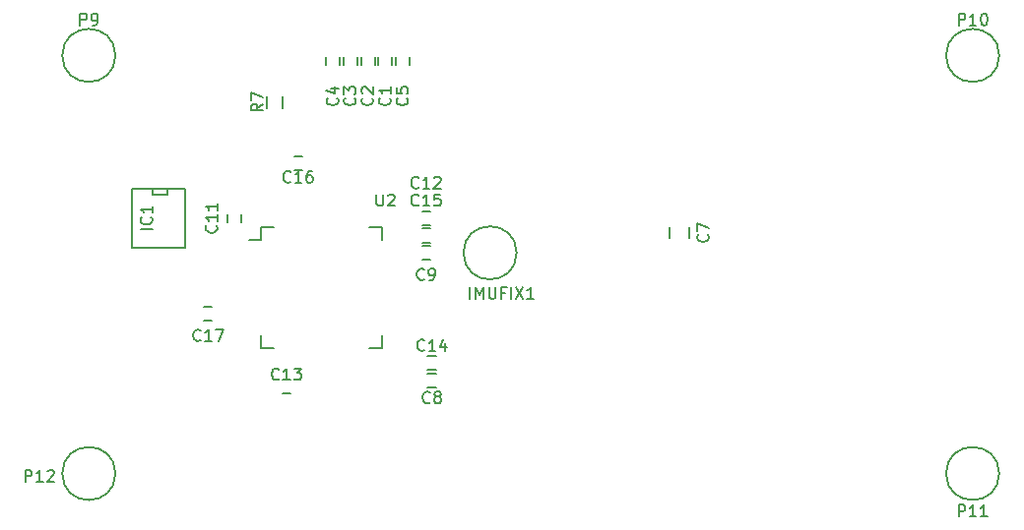
<source format=gbr>
G04 #@! TF.FileFunction,Legend,Top*
%FSLAX46Y46*%
G04 Gerber Fmt 4.6, Leading zero omitted, Abs format (unit mm)*
G04 Created by KiCad (PCBNEW 4.0.0-rc1-stable) date 19/11/2015 21:53:00*
%MOMM*%
G01*
G04 APERTURE LIST*
%ADD10C,0.100000*%
%ADD11C,0.150000*%
G04 APERTURE END LIST*
D10*
D11*
X151900000Y-57850000D02*
X151900000Y-57150000D01*
X153100000Y-57150000D02*
X153100000Y-57850000D01*
X178600000Y-72750000D02*
X178600000Y-71750000D01*
X176900000Y-71750000D02*
X176900000Y-72750000D01*
X156850000Y-85600000D02*
X156150000Y-85600000D01*
X156150000Y-84400000D02*
X156850000Y-84400000D01*
X156350000Y-74600000D02*
X155650000Y-74600000D01*
X155650000Y-73400000D02*
X156350000Y-73400000D01*
X138900000Y-71350000D02*
X138900000Y-70650000D01*
X140100000Y-70650000D02*
X140100000Y-71350000D01*
X155650000Y-70400000D02*
X156350000Y-70400000D01*
X156350000Y-71600000D02*
X155650000Y-71600000D01*
X144350000Y-86100000D02*
X143650000Y-86100000D01*
X143650000Y-84900000D02*
X144350000Y-84900000D01*
X156150000Y-82900000D02*
X156850000Y-82900000D01*
X156850000Y-84100000D02*
X156150000Y-84100000D01*
X155650000Y-71900000D02*
X156350000Y-71900000D01*
X156350000Y-73100000D02*
X155650000Y-73100000D01*
X144650000Y-65650000D02*
X145350000Y-65650000D01*
X145350000Y-66850000D02*
X144650000Y-66850000D01*
X137600000Y-79850000D02*
X136900000Y-79850000D01*
X136900000Y-78650000D02*
X137600000Y-78650000D01*
X135286000Y-68460000D02*
X135286000Y-73540000D01*
X135286000Y-73540000D02*
X130714000Y-73540000D01*
X130714000Y-73540000D02*
X130714000Y-68460000D01*
X130714000Y-68460000D02*
X135286000Y-68460000D01*
X133762000Y-68460000D02*
X133762000Y-68968000D01*
X133762000Y-68968000D02*
X132492000Y-68968000D01*
X132492000Y-68968000D02*
X132492000Y-68460000D01*
X163786000Y-74000000D02*
G75*
G03X163786000Y-74000000I-2286000J0D01*
G01*
X129286000Y-57000000D02*
G75*
G03X129286000Y-57000000I-2286000J0D01*
G01*
X205286000Y-57000000D02*
G75*
G03X205286000Y-57000000I-2286000J0D01*
G01*
X205286000Y-93000000D02*
G75*
G03X205286000Y-93000000I-2286000J0D01*
G01*
X129286000Y-93000000D02*
G75*
G03X129286000Y-93000000I-2286000J0D01*
G01*
X142325000Y-61500000D02*
X142325000Y-60500000D01*
X143675000Y-60500000D02*
X143675000Y-61500000D01*
X141825000Y-71825000D02*
X141825000Y-72900000D01*
X152175000Y-71825000D02*
X152175000Y-72900000D01*
X152175000Y-82175000D02*
X152175000Y-81100000D01*
X141825000Y-82175000D02*
X141825000Y-81100000D01*
X141825000Y-71825000D02*
X142900000Y-71825000D01*
X141825000Y-82175000D02*
X142900000Y-82175000D01*
X152175000Y-82175000D02*
X151100000Y-82175000D01*
X152175000Y-71825000D02*
X151100000Y-71825000D01*
X141825000Y-72900000D02*
X140800000Y-72900000D01*
X150400000Y-57850000D02*
X150400000Y-57150000D01*
X151600000Y-57150000D02*
X151600000Y-57850000D01*
X148900000Y-57850000D02*
X148900000Y-57150000D01*
X150100000Y-57150000D02*
X150100000Y-57850000D01*
X147400000Y-57850000D02*
X147400000Y-57150000D01*
X148600000Y-57150000D02*
X148600000Y-57850000D01*
X153400000Y-57850000D02*
X153400000Y-57150000D01*
X154600000Y-57150000D02*
X154600000Y-57850000D01*
X152857143Y-60666666D02*
X152904762Y-60714285D01*
X152952381Y-60857142D01*
X152952381Y-60952380D01*
X152904762Y-61095238D01*
X152809524Y-61190476D01*
X152714286Y-61238095D01*
X152523810Y-61285714D01*
X152380952Y-61285714D01*
X152190476Y-61238095D01*
X152095238Y-61190476D01*
X152000000Y-61095238D01*
X151952381Y-60952380D01*
X151952381Y-60857142D01*
X152000000Y-60714285D01*
X152047619Y-60666666D01*
X152952381Y-59714285D02*
X152952381Y-60285714D01*
X152952381Y-60000000D02*
X151952381Y-60000000D01*
X152095238Y-60095238D01*
X152190476Y-60190476D01*
X152238095Y-60285714D01*
X180207143Y-72416666D02*
X180254762Y-72464285D01*
X180302381Y-72607142D01*
X180302381Y-72702380D01*
X180254762Y-72845238D01*
X180159524Y-72940476D01*
X180064286Y-72988095D01*
X179873810Y-73035714D01*
X179730952Y-73035714D01*
X179540476Y-72988095D01*
X179445238Y-72940476D01*
X179350000Y-72845238D01*
X179302381Y-72702380D01*
X179302381Y-72607142D01*
X179350000Y-72464285D01*
X179397619Y-72416666D01*
X179302381Y-72083333D02*
X179302381Y-71416666D01*
X180302381Y-71845238D01*
X156333334Y-86857143D02*
X156285715Y-86904762D01*
X156142858Y-86952381D01*
X156047620Y-86952381D01*
X155904762Y-86904762D01*
X155809524Y-86809524D01*
X155761905Y-86714286D01*
X155714286Y-86523810D01*
X155714286Y-86380952D01*
X155761905Y-86190476D01*
X155809524Y-86095238D01*
X155904762Y-86000000D01*
X156047620Y-85952381D01*
X156142858Y-85952381D01*
X156285715Y-86000000D01*
X156333334Y-86047619D01*
X156904762Y-86380952D02*
X156809524Y-86333333D01*
X156761905Y-86285714D01*
X156714286Y-86190476D01*
X156714286Y-86142857D01*
X156761905Y-86047619D01*
X156809524Y-86000000D01*
X156904762Y-85952381D01*
X157095239Y-85952381D01*
X157190477Y-86000000D01*
X157238096Y-86047619D01*
X157285715Y-86142857D01*
X157285715Y-86190476D01*
X157238096Y-86285714D01*
X157190477Y-86333333D01*
X157095239Y-86380952D01*
X156904762Y-86380952D01*
X156809524Y-86428571D01*
X156761905Y-86476190D01*
X156714286Y-86571429D01*
X156714286Y-86761905D01*
X156761905Y-86857143D01*
X156809524Y-86904762D01*
X156904762Y-86952381D01*
X157095239Y-86952381D01*
X157190477Y-86904762D01*
X157238096Y-86857143D01*
X157285715Y-86761905D01*
X157285715Y-86571429D01*
X157238096Y-86476190D01*
X157190477Y-86428571D01*
X157095239Y-86380952D01*
X155833334Y-76257143D02*
X155785715Y-76304762D01*
X155642858Y-76352381D01*
X155547620Y-76352381D01*
X155404762Y-76304762D01*
X155309524Y-76209524D01*
X155261905Y-76114286D01*
X155214286Y-75923810D01*
X155214286Y-75780952D01*
X155261905Y-75590476D01*
X155309524Y-75495238D01*
X155404762Y-75400000D01*
X155547620Y-75352381D01*
X155642858Y-75352381D01*
X155785715Y-75400000D01*
X155833334Y-75447619D01*
X156309524Y-76352381D02*
X156500000Y-76352381D01*
X156595239Y-76304762D01*
X156642858Y-76257143D01*
X156738096Y-76114286D01*
X156785715Y-75923810D01*
X156785715Y-75542857D01*
X156738096Y-75447619D01*
X156690477Y-75400000D01*
X156595239Y-75352381D01*
X156404762Y-75352381D01*
X156309524Y-75400000D01*
X156261905Y-75447619D01*
X156214286Y-75542857D01*
X156214286Y-75780952D01*
X156261905Y-75876190D01*
X156309524Y-75923810D01*
X156404762Y-75971429D01*
X156595239Y-75971429D01*
X156690477Y-75923810D01*
X156738096Y-75876190D01*
X156785715Y-75780952D01*
X137957143Y-71642857D02*
X138004762Y-71690476D01*
X138052381Y-71833333D01*
X138052381Y-71928571D01*
X138004762Y-72071429D01*
X137909524Y-72166667D01*
X137814286Y-72214286D01*
X137623810Y-72261905D01*
X137480952Y-72261905D01*
X137290476Y-72214286D01*
X137195238Y-72166667D01*
X137100000Y-72071429D01*
X137052381Y-71928571D01*
X137052381Y-71833333D01*
X137100000Y-71690476D01*
X137147619Y-71642857D01*
X138052381Y-70690476D02*
X138052381Y-71261905D01*
X138052381Y-70976191D02*
X137052381Y-70976191D01*
X137195238Y-71071429D01*
X137290476Y-71166667D01*
X137338095Y-71261905D01*
X138052381Y-69738095D02*
X138052381Y-70309524D01*
X138052381Y-70023810D02*
X137052381Y-70023810D01*
X137195238Y-70119048D01*
X137290476Y-70214286D01*
X137338095Y-70309524D01*
X155357143Y-68357143D02*
X155309524Y-68404762D01*
X155166667Y-68452381D01*
X155071429Y-68452381D01*
X154928571Y-68404762D01*
X154833333Y-68309524D01*
X154785714Y-68214286D01*
X154738095Y-68023810D01*
X154738095Y-67880952D01*
X154785714Y-67690476D01*
X154833333Y-67595238D01*
X154928571Y-67500000D01*
X155071429Y-67452381D01*
X155166667Y-67452381D01*
X155309524Y-67500000D01*
X155357143Y-67547619D01*
X156309524Y-68452381D02*
X155738095Y-68452381D01*
X156023809Y-68452381D02*
X156023809Y-67452381D01*
X155928571Y-67595238D01*
X155833333Y-67690476D01*
X155738095Y-67738095D01*
X156690476Y-67547619D02*
X156738095Y-67500000D01*
X156833333Y-67452381D01*
X157071429Y-67452381D01*
X157166667Y-67500000D01*
X157214286Y-67547619D01*
X157261905Y-67642857D01*
X157261905Y-67738095D01*
X157214286Y-67880952D01*
X156642857Y-68452381D01*
X157261905Y-68452381D01*
X143357143Y-84857143D02*
X143309524Y-84904762D01*
X143166667Y-84952381D01*
X143071429Y-84952381D01*
X142928571Y-84904762D01*
X142833333Y-84809524D01*
X142785714Y-84714286D01*
X142738095Y-84523810D01*
X142738095Y-84380952D01*
X142785714Y-84190476D01*
X142833333Y-84095238D01*
X142928571Y-84000000D01*
X143071429Y-83952381D01*
X143166667Y-83952381D01*
X143309524Y-84000000D01*
X143357143Y-84047619D01*
X144309524Y-84952381D02*
X143738095Y-84952381D01*
X144023809Y-84952381D02*
X144023809Y-83952381D01*
X143928571Y-84095238D01*
X143833333Y-84190476D01*
X143738095Y-84238095D01*
X144642857Y-83952381D02*
X145261905Y-83952381D01*
X144928571Y-84333333D01*
X145071429Y-84333333D01*
X145166667Y-84380952D01*
X145214286Y-84428571D01*
X145261905Y-84523810D01*
X145261905Y-84761905D01*
X145214286Y-84857143D01*
X145166667Y-84904762D01*
X145071429Y-84952381D01*
X144785714Y-84952381D01*
X144690476Y-84904762D01*
X144642857Y-84857143D01*
X155857143Y-82357143D02*
X155809524Y-82404762D01*
X155666667Y-82452381D01*
X155571429Y-82452381D01*
X155428571Y-82404762D01*
X155333333Y-82309524D01*
X155285714Y-82214286D01*
X155238095Y-82023810D01*
X155238095Y-81880952D01*
X155285714Y-81690476D01*
X155333333Y-81595238D01*
X155428571Y-81500000D01*
X155571429Y-81452381D01*
X155666667Y-81452381D01*
X155809524Y-81500000D01*
X155857143Y-81547619D01*
X156809524Y-82452381D02*
X156238095Y-82452381D01*
X156523809Y-82452381D02*
X156523809Y-81452381D01*
X156428571Y-81595238D01*
X156333333Y-81690476D01*
X156238095Y-81738095D01*
X157666667Y-81785714D02*
X157666667Y-82452381D01*
X157428571Y-81404762D02*
X157190476Y-82119048D01*
X157809524Y-82119048D01*
X155357143Y-69857143D02*
X155309524Y-69904762D01*
X155166667Y-69952381D01*
X155071429Y-69952381D01*
X154928571Y-69904762D01*
X154833333Y-69809524D01*
X154785714Y-69714286D01*
X154738095Y-69523810D01*
X154738095Y-69380952D01*
X154785714Y-69190476D01*
X154833333Y-69095238D01*
X154928571Y-69000000D01*
X155071429Y-68952381D01*
X155166667Y-68952381D01*
X155309524Y-69000000D01*
X155357143Y-69047619D01*
X156309524Y-69952381D02*
X155738095Y-69952381D01*
X156023809Y-69952381D02*
X156023809Y-68952381D01*
X155928571Y-69095238D01*
X155833333Y-69190476D01*
X155738095Y-69238095D01*
X157214286Y-68952381D02*
X156738095Y-68952381D01*
X156690476Y-69428571D01*
X156738095Y-69380952D01*
X156833333Y-69333333D01*
X157071429Y-69333333D01*
X157166667Y-69380952D01*
X157214286Y-69428571D01*
X157261905Y-69523810D01*
X157261905Y-69761905D01*
X157214286Y-69857143D01*
X157166667Y-69904762D01*
X157071429Y-69952381D01*
X156833333Y-69952381D01*
X156738095Y-69904762D01*
X156690476Y-69857143D01*
X144357143Y-67857143D02*
X144309524Y-67904762D01*
X144166667Y-67952381D01*
X144071429Y-67952381D01*
X143928571Y-67904762D01*
X143833333Y-67809524D01*
X143785714Y-67714286D01*
X143738095Y-67523810D01*
X143738095Y-67380952D01*
X143785714Y-67190476D01*
X143833333Y-67095238D01*
X143928571Y-67000000D01*
X144071429Y-66952381D01*
X144166667Y-66952381D01*
X144309524Y-67000000D01*
X144357143Y-67047619D01*
X145309524Y-67952381D02*
X144738095Y-67952381D01*
X145023809Y-67952381D02*
X145023809Y-66952381D01*
X144928571Y-67095238D01*
X144833333Y-67190476D01*
X144738095Y-67238095D01*
X146166667Y-66952381D02*
X145976190Y-66952381D01*
X145880952Y-67000000D01*
X145833333Y-67047619D01*
X145738095Y-67190476D01*
X145690476Y-67380952D01*
X145690476Y-67761905D01*
X145738095Y-67857143D01*
X145785714Y-67904762D01*
X145880952Y-67952381D01*
X146071429Y-67952381D01*
X146166667Y-67904762D01*
X146214286Y-67857143D01*
X146261905Y-67761905D01*
X146261905Y-67523810D01*
X146214286Y-67428571D01*
X146166667Y-67380952D01*
X146071429Y-67333333D01*
X145880952Y-67333333D01*
X145785714Y-67380952D01*
X145738095Y-67428571D01*
X145690476Y-67523810D01*
X136607143Y-81507143D02*
X136559524Y-81554762D01*
X136416667Y-81602381D01*
X136321429Y-81602381D01*
X136178571Y-81554762D01*
X136083333Y-81459524D01*
X136035714Y-81364286D01*
X135988095Y-81173810D01*
X135988095Y-81030952D01*
X136035714Y-80840476D01*
X136083333Y-80745238D01*
X136178571Y-80650000D01*
X136321429Y-80602381D01*
X136416667Y-80602381D01*
X136559524Y-80650000D01*
X136607143Y-80697619D01*
X137559524Y-81602381D02*
X136988095Y-81602381D01*
X137273809Y-81602381D02*
X137273809Y-80602381D01*
X137178571Y-80745238D01*
X137083333Y-80840476D01*
X136988095Y-80888095D01*
X137892857Y-80602381D02*
X138559524Y-80602381D01*
X138130952Y-81602381D01*
X132452381Y-71976190D02*
X131452381Y-71976190D01*
X132357143Y-70928571D02*
X132404762Y-70976190D01*
X132452381Y-71119047D01*
X132452381Y-71214285D01*
X132404762Y-71357143D01*
X132309524Y-71452381D01*
X132214286Y-71500000D01*
X132023810Y-71547619D01*
X131880952Y-71547619D01*
X131690476Y-71500000D01*
X131595238Y-71452381D01*
X131500000Y-71357143D01*
X131452381Y-71214285D01*
X131452381Y-71119047D01*
X131500000Y-70976190D01*
X131547619Y-70928571D01*
X132452381Y-69976190D02*
X132452381Y-70547619D01*
X132452381Y-70261905D02*
X131452381Y-70261905D01*
X131595238Y-70357143D01*
X131690476Y-70452381D01*
X131738095Y-70547619D01*
X159785715Y-77952381D02*
X159785715Y-76952381D01*
X160261905Y-77952381D02*
X160261905Y-76952381D01*
X160595239Y-77666667D01*
X160928572Y-76952381D01*
X160928572Y-77952381D01*
X161404762Y-76952381D02*
X161404762Y-77761905D01*
X161452381Y-77857143D01*
X161500000Y-77904762D01*
X161595238Y-77952381D01*
X161785715Y-77952381D01*
X161880953Y-77904762D01*
X161928572Y-77857143D01*
X161976191Y-77761905D01*
X161976191Y-76952381D01*
X162785715Y-77428571D02*
X162452381Y-77428571D01*
X162452381Y-77952381D02*
X162452381Y-76952381D01*
X162928572Y-76952381D01*
X163309524Y-77952381D02*
X163309524Y-76952381D01*
X163690476Y-76952381D02*
X164357143Y-77952381D01*
X164357143Y-76952381D02*
X163690476Y-77952381D01*
X165261905Y-77952381D02*
X164690476Y-77952381D01*
X164976190Y-77952381D02*
X164976190Y-76952381D01*
X164880952Y-77095238D01*
X164785714Y-77190476D01*
X164690476Y-77238095D01*
X126261905Y-54404381D02*
X126261905Y-53404381D01*
X126642858Y-53404381D01*
X126738096Y-53452000D01*
X126785715Y-53499619D01*
X126833334Y-53594857D01*
X126833334Y-53737714D01*
X126785715Y-53832952D01*
X126738096Y-53880571D01*
X126642858Y-53928190D01*
X126261905Y-53928190D01*
X127309524Y-54404381D02*
X127500000Y-54404381D01*
X127595239Y-54356762D01*
X127642858Y-54309143D01*
X127738096Y-54166286D01*
X127785715Y-53975810D01*
X127785715Y-53594857D01*
X127738096Y-53499619D01*
X127690477Y-53452000D01*
X127595239Y-53404381D01*
X127404762Y-53404381D01*
X127309524Y-53452000D01*
X127261905Y-53499619D01*
X127214286Y-53594857D01*
X127214286Y-53832952D01*
X127261905Y-53928190D01*
X127309524Y-53975810D01*
X127404762Y-54023429D01*
X127595239Y-54023429D01*
X127690477Y-53975810D01*
X127738096Y-53928190D01*
X127785715Y-53832952D01*
X201785714Y-54404381D02*
X201785714Y-53404381D01*
X202166667Y-53404381D01*
X202261905Y-53452000D01*
X202309524Y-53499619D01*
X202357143Y-53594857D01*
X202357143Y-53737714D01*
X202309524Y-53832952D01*
X202261905Y-53880571D01*
X202166667Y-53928190D01*
X201785714Y-53928190D01*
X203309524Y-54404381D02*
X202738095Y-54404381D01*
X203023809Y-54404381D02*
X203023809Y-53404381D01*
X202928571Y-53547238D01*
X202833333Y-53642476D01*
X202738095Y-53690095D01*
X203928571Y-53404381D02*
X204023810Y-53404381D01*
X204119048Y-53452000D01*
X204166667Y-53499619D01*
X204214286Y-53594857D01*
X204261905Y-53785333D01*
X204261905Y-54023429D01*
X204214286Y-54213905D01*
X204166667Y-54309143D01*
X204119048Y-54356762D01*
X204023810Y-54404381D01*
X203928571Y-54404381D01*
X203833333Y-54356762D01*
X203785714Y-54309143D01*
X203738095Y-54213905D01*
X203690476Y-54023429D01*
X203690476Y-53785333D01*
X203738095Y-53594857D01*
X203785714Y-53499619D01*
X203833333Y-53452000D01*
X203928571Y-53404381D01*
X201785714Y-96702381D02*
X201785714Y-95702381D01*
X202166667Y-95702381D01*
X202261905Y-95750000D01*
X202309524Y-95797619D01*
X202357143Y-95892857D01*
X202357143Y-96035714D01*
X202309524Y-96130952D01*
X202261905Y-96178571D01*
X202166667Y-96226190D01*
X201785714Y-96226190D01*
X203309524Y-96702381D02*
X202738095Y-96702381D01*
X203023809Y-96702381D02*
X203023809Y-95702381D01*
X202928571Y-95845238D01*
X202833333Y-95940476D01*
X202738095Y-95988095D01*
X204261905Y-96702381D02*
X203690476Y-96702381D01*
X203976190Y-96702381D02*
X203976190Y-95702381D01*
X203880952Y-95845238D01*
X203785714Y-95940476D01*
X203690476Y-95988095D01*
X121535714Y-93702381D02*
X121535714Y-92702381D01*
X121916667Y-92702381D01*
X122011905Y-92750000D01*
X122059524Y-92797619D01*
X122107143Y-92892857D01*
X122107143Y-93035714D01*
X122059524Y-93130952D01*
X122011905Y-93178571D01*
X121916667Y-93226190D01*
X121535714Y-93226190D01*
X123059524Y-93702381D02*
X122488095Y-93702381D01*
X122773809Y-93702381D02*
X122773809Y-92702381D01*
X122678571Y-92845238D01*
X122583333Y-92940476D01*
X122488095Y-92988095D01*
X123440476Y-92797619D02*
X123488095Y-92750000D01*
X123583333Y-92702381D01*
X123821429Y-92702381D01*
X123916667Y-92750000D01*
X123964286Y-92797619D01*
X124011905Y-92892857D01*
X124011905Y-92988095D01*
X123964286Y-93130952D01*
X123392857Y-93702381D01*
X124011905Y-93702381D01*
X141952381Y-61166666D02*
X141476190Y-61500000D01*
X141952381Y-61738095D02*
X140952381Y-61738095D01*
X140952381Y-61357142D01*
X141000000Y-61261904D01*
X141047619Y-61214285D01*
X141142857Y-61166666D01*
X141285714Y-61166666D01*
X141380952Y-61214285D01*
X141428571Y-61261904D01*
X141476190Y-61357142D01*
X141476190Y-61738095D01*
X140952381Y-60833333D02*
X140952381Y-60166666D01*
X141952381Y-60595238D01*
X151738095Y-68952381D02*
X151738095Y-69761905D01*
X151785714Y-69857143D01*
X151833333Y-69904762D01*
X151928571Y-69952381D01*
X152119048Y-69952381D01*
X152214286Y-69904762D01*
X152261905Y-69857143D01*
X152309524Y-69761905D01*
X152309524Y-68952381D01*
X152738095Y-69047619D02*
X152785714Y-69000000D01*
X152880952Y-68952381D01*
X153119048Y-68952381D01*
X153214286Y-69000000D01*
X153261905Y-69047619D01*
X153309524Y-69142857D01*
X153309524Y-69238095D01*
X153261905Y-69380952D01*
X152690476Y-69952381D01*
X153309524Y-69952381D01*
X151357143Y-60666666D02*
X151404762Y-60714285D01*
X151452381Y-60857142D01*
X151452381Y-60952380D01*
X151404762Y-61095238D01*
X151309524Y-61190476D01*
X151214286Y-61238095D01*
X151023810Y-61285714D01*
X150880952Y-61285714D01*
X150690476Y-61238095D01*
X150595238Y-61190476D01*
X150500000Y-61095238D01*
X150452381Y-60952380D01*
X150452381Y-60857142D01*
X150500000Y-60714285D01*
X150547619Y-60666666D01*
X150547619Y-60285714D02*
X150500000Y-60238095D01*
X150452381Y-60142857D01*
X150452381Y-59904761D01*
X150500000Y-59809523D01*
X150547619Y-59761904D01*
X150642857Y-59714285D01*
X150738095Y-59714285D01*
X150880952Y-59761904D01*
X151452381Y-60333333D01*
X151452381Y-59714285D01*
X149857143Y-60666666D02*
X149904762Y-60714285D01*
X149952381Y-60857142D01*
X149952381Y-60952380D01*
X149904762Y-61095238D01*
X149809524Y-61190476D01*
X149714286Y-61238095D01*
X149523810Y-61285714D01*
X149380952Y-61285714D01*
X149190476Y-61238095D01*
X149095238Y-61190476D01*
X149000000Y-61095238D01*
X148952381Y-60952380D01*
X148952381Y-60857142D01*
X149000000Y-60714285D01*
X149047619Y-60666666D01*
X148952381Y-60333333D02*
X148952381Y-59714285D01*
X149333333Y-60047619D01*
X149333333Y-59904761D01*
X149380952Y-59809523D01*
X149428571Y-59761904D01*
X149523810Y-59714285D01*
X149761905Y-59714285D01*
X149857143Y-59761904D01*
X149904762Y-59809523D01*
X149952381Y-59904761D01*
X149952381Y-60190476D01*
X149904762Y-60285714D01*
X149857143Y-60333333D01*
X148357143Y-60666666D02*
X148404762Y-60714285D01*
X148452381Y-60857142D01*
X148452381Y-60952380D01*
X148404762Y-61095238D01*
X148309524Y-61190476D01*
X148214286Y-61238095D01*
X148023810Y-61285714D01*
X147880952Y-61285714D01*
X147690476Y-61238095D01*
X147595238Y-61190476D01*
X147500000Y-61095238D01*
X147452381Y-60952380D01*
X147452381Y-60857142D01*
X147500000Y-60714285D01*
X147547619Y-60666666D01*
X147785714Y-59809523D02*
X148452381Y-59809523D01*
X147404762Y-60047619D02*
X148119048Y-60285714D01*
X148119048Y-59666666D01*
X154357143Y-60666666D02*
X154404762Y-60714285D01*
X154452381Y-60857142D01*
X154452381Y-60952380D01*
X154404762Y-61095238D01*
X154309524Y-61190476D01*
X154214286Y-61238095D01*
X154023810Y-61285714D01*
X153880952Y-61285714D01*
X153690476Y-61238095D01*
X153595238Y-61190476D01*
X153500000Y-61095238D01*
X153452381Y-60952380D01*
X153452381Y-60857142D01*
X153500000Y-60714285D01*
X153547619Y-60666666D01*
X153452381Y-59761904D02*
X153452381Y-60238095D01*
X153928571Y-60285714D01*
X153880952Y-60238095D01*
X153833333Y-60142857D01*
X153833333Y-59904761D01*
X153880952Y-59809523D01*
X153928571Y-59761904D01*
X154023810Y-59714285D01*
X154261905Y-59714285D01*
X154357143Y-59761904D01*
X154404762Y-59809523D01*
X154452381Y-59904761D01*
X154452381Y-60142857D01*
X154404762Y-60238095D01*
X154357143Y-60285714D01*
M02*

</source>
